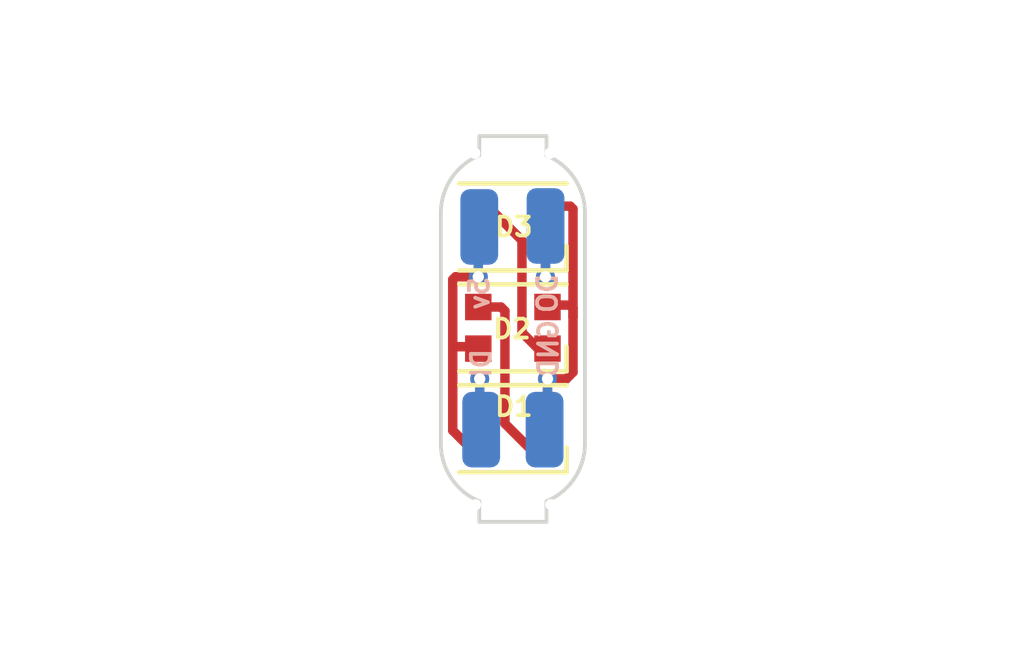
<source format=kicad_pcb>
(kicad_pcb (version 20221018) (generator pcbnew)
  (layers (0 "F.Cu" signal) (31 "B.Cu" signal) (34 "B.Paste" user) (35 "F.Paste" user) (36 "B.SilkS" user "B.Silkscreen") (37 "F.SilkS" user "F.Silkscreen") (38 "B.Mask" user) (39 "F.Mask" user) (44 "Edge.Cuts" user))
  (net 0 "")
  (net 1 "GND")
  (net 2 "+5")
  (net 3 "D1-2")
  (net 4 "DIN1")
  (net 5 "D2-3")
  (net 6 "D3-6")
  (footprint "LED_SMD:LED_WS2812B-2020_PLCC4_2.0x2.0mm" (layer "F.Cu") (at 85.0238 45.444 180)
    (fp_text reference "D2" (at 0.0254 -0.0314) (layer "F.SilkS") (effects (font (size 0.5 0.5) (thickness 0.1))))
    (fp_text value "WS2812B_Fixed")
    (fp_line (start -1.42 -1.15) (end -1.42 -0.5) (stroke (width 0.12)) (layer "F.SilkS"))
    (fp_line (start -1.42 -1.15) (end 1.42 -1.15) (stroke (width 0.12)) (layer "F.SilkS"))
    (fp_line (start -1.42 1.15) (end 1.42 1.15) (stroke (width 0.12)) (layer "F.SilkS"))
    (pad "1" smd rect (at -0.915 -0.55 180) (size 0.7 0.7) (layers "F.Cu" "F.Paste" "F.Mask") (net 5 "D2-3"))
    (pad "2" smd rect (at -0.915 0.55 180) (size 0.7 0.7) (layers "F.Cu" "F.Paste" "F.Mask") (net 1 "GND"))
    (pad "3" smd rect (at 0.915 0.55 180) (size 0.7 0.7) (layers "F.Cu" "F.Paste" "F.Mask") (net 3 "D1-2"))
    (pad "4" smd rect (at 0.915 -0.55 180) (size 0.7 0.7) (layers "F.Cu" "F.Paste" "F.Mask") (net 2 "+5"))
  )
  (footprint "LED_SMD:LED_WS2812B-2020_PLCC4_2.0x2.0mm" (layer "F.Cu") (at 85.0238 42.777 180)
    (fp_text reference "D3" (at -0.026 0) (layer "F.SilkS") (effects (font (size 0.5 0.5) (thickness 0.1))))
    (fp_text value "WS2812B_Fixed")
    (fp_line (start -1.42 -1.15) (end -1.42 -0.5) (stroke (width 0.12)) (layer "F.SilkS"))
    (fp_line (start -1.42 -1.15) (end 1.42 -1.15) (stroke (width 0.12)) (layer "F.SilkS"))
    (fp_line (start -1.42 1.15) (end 1.42 1.15) (stroke (width 0.12)) (layer "F.SilkS"))
    (pad "1" smd rect (at -0.915 -0.55 180) (size 0.7 0.7) (layers "F.Cu" "F.Paste" "F.Mask") (net 6 "D3-6"))
    (pad "2" smd rect (at -0.915 0.55 180) (size 0.7 0.7) (layers "F.Cu" "F.Paste" "F.Mask") (net 1 "GND"))
    (pad "3" smd rect (at 0.915 0.55 180) (size 0.7 0.7) (layers "F.Cu" "F.Paste" "F.Mask") (net 5 "D2-3"))
    (pad "4" smd rect (at 0.915 -0.55 180) (size 0.7 0.7) (layers "F.Cu" "F.Paste" "F.Mask") (net 2 "+5"))
  )
  (footprint "MountingHole:mousebite_5" (layer "F.Cu") (at 85.03362 50.124268)
    (fp_text reference "mouse bites")
    (fp_text value "mousebite_5")
    (pad "" np_thru_hole circle (at -1 0) (size 0.3 0.3) (drill 0.3) (layers "F&B.Cu" "*.Mask"))
    (pad "" np_thru_hole circle (at -0.5 0) (size 0.3 0.3) (drill 0.3) (layers "F&B.Cu" "*.Mask"))
    (pad "" np_thru_hole circle (at 0 0) (size 0.3 0.3) (drill 0.3) (layers "F&B.Cu" "*.Mask"))
    (pad "" np_thru_hole circle (at 0.5 0) (size 0.3 0.3) (drill 0.3) (layers "F&B.Cu" "*.Mask"))
    (pad "" np_thru_hole circle (at 1 0) (size 0.3 0.3) (drill 0.3) (layers "F&B.Cu" "*.Mask"))
  )
  (footprint "MountingHole:mousebite_5" (layer "F.Cu") (at 85.01362 40.824268)
    (fp_text reference "mousebites")
    (fp_text value "mousebite_5")
    (pad "" np_thru_hole circle (at -1 0) (size 0.3 0.3) (drill 0.3) (layers "F&B.Cu" "*.Mask"))
    (pad "" np_thru_hole circle (at -0.5 0) (size 0.3 0.3) (drill 0.3) (layers "F&B.Cu" "*.Mask"))
    (pad "" np_thru_hole circle (at 0 0) (size 0.3 0.3) (drill 0.3) (layers "F&B.Cu" "*.Mask"))
    (pad "" np_thru_hole circle (at 0.5 0) (size 0.3 0.3) (drill 0.3) (layers "F&B.Cu" "*.Mask"))
    (pad "" np_thru_hole circle (at 1 0) (size 0.3 0.3) (drill 0.3) (layers "F&B.Cu" "*.Mask"))
  )
  (footprint "LED_SMD:LED_WS2812B-2020_PLCC4_2.0x2.0mm" (layer "F.Cu") (at 85.0238 48.111 180)
    (fp_text reference "D1" (at -0.0254 0.5842) (layer "F.SilkS") (effects (font (size 0.5 0.5) (thickness 0.1))))
    (fp_text value "WS2812B-2020")
    (fp_line (start -1.42 -1.15) (end -1.42 -0.5) (stroke (width 0.12)) (layer "F.SilkS"))
    (fp_line (start -1.42 -1.15) (end 1.42 -1.15) (stroke (width 0.12)) (layer "F.SilkS"))
    (fp_line (start -1.42 1.15) (end 1.42 1.15) (stroke (width 0.12)) (layer "F.SilkS"))
    (pad "1" smd rect (at -0.915 -0.55 180) (size 0.7 0.7) (layers "F.Cu" "F.Paste" "F.Mask") (net 3 "D1-2"))
    (pad "2" smd rect (at -0.915 0.55 180) (size 0.7 0.7) (layers "F.Cu" "F.Paste" "F.Mask") (net 1 "GND"))
    (pad "3" smd rect (at 0.915 0.55 180) (size 0.7 0.7) (layers "F.Cu" "F.Paste" "F.Mask") (net 4 "DIN1"))
    (pad "4" smd rect (at 0.915 -0.55 180) (size 0.7 0.7) (layers "F.Cu" "F.Paste" "F.Mask") (net 2 "+5"))
  )
  (footprint "Connector_Wire:SolderWirePad_1x01_SMD_1x2mm" (layer "B.Cu") (at 85.862 48.1364 180)
    (fp_text reference "GND" (at -0.1016 2.1336 90) (layer "B.SilkS") (effects (font (size 0.5 0.5) (thickness 0.1)) (justify mirror)))
    (fp_text value "SolderWirePad_1x01_SMD_1x2mm")
    (pad "1" smd roundrect (at 0 0 180) (size 1 2) (layers "B.Cu" "B.Paste" "B.Mask") (net 1 "GND"))
  )
  (footprint "Connector_Wire:SolderWirePad_1x01_SMD_1x2mm" (layer "B.Cu") (at 85.8874 42.7516 180)
    (fp_text reference "DO" (at -0.0508 -1.778 90) (layer "B.SilkS") (effects (font (size 0.5 0.5) (thickness 0.1)) (justify mirror)))
    (fp_text value "SolderWirePad_1x01_SMD_1x2mm")
    (pad "1" smd roundrect (at 0 0 180) (size 1 2) (layers "B.Cu" "B.Paste" "B.Mask") (net 6 "D3-6"))
  )
  (footprint "Connector_Wire:SolderWirePad_1x01_SMD_1x2mm" (layer "B.Cu") (at 84.1348 42.777 180)
    (fp_text reference "5v" (at 0 -1.7526 90) (layer "B.SilkS") (effects (font (size 0.5 0.5) (thickness 0.1)) (justify mirror)))
    (fp_text value "SolderWirePad_1x01_SMD_1x2mm")
    (pad "4" smd roundrect (at 0 0 180) (size 1 2) (layers "B.Cu" "B.Paste" "B.Mask") (net 2 "+5"))
  )
  (footprint "Connector_Wire:SolderWirePad_1x01_SMD_1x2mm" (layer "B.Cu") (at 84.1856 48.1364 180)
    (fp_text reference "DI" (at 0 1.7526 270) (layer "B.SilkS") (effects (font (size 0.5 0.5) (thickness 0.1)) (justify mirror)))
    (fp_text value "SolderWirePad_1x01_SMD_1x2mm")
    (pad "3" smd roundrect (at 0 0 180) (size 1 2) (layers "B.Cu" "B.Paste" "B.Mask") (net 4 "DIN1"))
  )
  (gr_line (start 84.13502 50.574268) (end 85.91302 50.574268) (stroke (width 0.1)) (layer "Edge.Cuts"))
  (gr_line (start 84.13502 50.574268) (end 84.13502 50.029268) (stroke (width 0.1)) (layer "Edge.Cuts"))
  (gr_line (start 84.13502 40.885268) (end 84.13502 40.374268) (stroke (width 0.1)) (layer "Edge.Cuts"))
  (gr_arc (start 86.92902 48.505268) (mid 86.651749 49.421087) (end 85.91302 50.029268) (stroke (width 0.1)) (layer "Edge.Cuts"))
  (gr_line (start 86.92902 42.409268) (end 86.92902 48.505268) (stroke (width 0.1)) (layer "Edge.Cuts"))
  (gr_arc (start 83.11902 42.409268) (mid 83.396319 41.493467) (end 84.13502 40.885268) (stroke (width 0.1)) (layer "Edge.Cuts"))
  (gr_line (start 83.11902 48.505268) (end 83.11902 42.409268) (stroke (width 0.1)) (layer "Edge.Cuts"))
  (gr_line (start 85.91302 50.574268) (end 85.91302 50.029268) (stroke (width 0.1)) (layer "Edge.Cuts"))
  (gr_arc (start 84.13502 50.029268) (mid 83.396296 49.421083) (end 83.11902 48.505268) (stroke (width 0.1)) (layer "Edge.Cuts"))
  (gr_line (start 84.13502 40.374268) (end 85.91302 40.374268) (stroke (width 0.1)) (layer "Edge.Cuts"))
  (gr_line (start 85.91302 40.374268) (end 85.91302 40.885268) (stroke (width 0.1)) (layer "Edge.Cuts"))
  (gr_arc (start 85.91302 40.885268) (mid 86.651727 41.493463) (end 86.92902 42.409268) (stroke (width 0.1)) (layer "Edge.Cuts"))
  (segment (start 86.5388 42.227) (end 86.6138 42.302) (width 0.25) (layer "F.Cu") (net 1))
  (segment (start 85.9388 46.793502) (end 85.9388 47.4848) (width 0.25) (layer "F.Cu") (net 1))
  (segment (start 85.9388 42.227) (end 86.5388 42.227) (width 0.25) (layer "F.Cu") (net 1))
  (segment (start 86.6138 42.302) (end 86.6138 45.1494) (width 0.25) (layer "F.Cu") (net 1))
  (segment (start 86.6138 46.6182) (end 86.6138 45.1494) (width 0.25) (layer "F.Cu") (net 1))
  (segment (start 86.6138 44.9182) (end 86.6138 45.1494) (width 0.25) (layer "F.Cu") (net 1))
  (segment (start 85.9388 44.8432) (end 86.5388 44.8432) (width 0.25) (layer "F.Cu") (net 1))
  (segment (start 86.438498 46.793502) (end 86.6138 46.6182) (width 0.25) (layer "F.Cu") (net 1))
  (segment (start 86.5388 44.8432) (end 86.6138 44.9182) (width 0.25) (layer "F.Cu") (net 1))
  (segment (start 85.9388 46.793502) (end 86.438498 46.793502) (width 0.25) (layer "F.Cu") (net 1))
  (via (at 85.9388 46.793502) (size 0.5) (drill 0.3) (layers "F.Cu" "B.Cu") (net 1))
  (segment (start 85.9388 46.793502) (end 85.9388 48.0596) (width 0.25) (layer "B.Cu") (net 1))
  (segment (start 85.9388 48.0596) (end 85.862 48.1364) (width 0.25) (layer "B.Cu") (net 1))
  (segment (start 84.1094 44.094498) (end 83.507502 44.094498) (width 0.25) (layer "F.Cu") (net 2))
  (segment (start 83.4338 48.1598) (end 83.4338 45.8682) (width 0.25) (layer "F.Cu") (net 2))
  (segment (start 83.8588 48.5848) (end 83.4338 48.1598) (width 0.25) (layer "F.Cu") (net 2))
  (segment (start 83.507502 44.094498) (end 83.4338 44.1682) (width 0.25) (layer "F.Cu") (net 2))
  (segment (start 83.4338 44.1682) (end 83.4338 45.8682) (width 0.25) (layer "F.Cu") (net 2))
  (segment (start 83.5088 45.9432) (end 83.4338 45.8682) (width 0.25) (layer "F.Cu") (net 2))
  (segment (start 84.1088 48.5848) (end 83.8588 48.5848) (width 0.25) (layer "F.Cu") (net 2))
  (segment (start 84.1094 44.094498) (end 84.1088 44.093898) (width 0.25) (layer "F.Cu") (net 2))
  (segment (start 84.1088 44.093898) (end 84.1088 43.327) (width 0.25) (layer "F.Cu") (net 2))
  (segment (start 84.1088 45.9432) (end 83.5088 45.9432) (width 0.25) (layer "F.Cu") (net 2))
  (via (at 84.1094 44.094498) (size 0.5) (drill 0.3) (layers "F.Cu" "B.Cu") (net 2))
  (segment (start 84.1094 42.8024) (end 84.1348 42.777) (width 0.25) (layer "B.Cu") (net 2))
  (segment (start 84.1094 44.094498) (end 84.1094 42.8024) (width 0.25) (layer "B.Cu") (net 2))
  (segment (start 84.8138 47.9772) (end 85.4976 48.661) (width 0.25) (layer "F.Cu") (net 3))
  (segment (start 84.8138 44.999) (end 84.8138 47.9772) (width 0.25) (layer "F.Cu") (net 3))
  (segment (start 84.1088 44.894) (end 84.7088 44.894) (width 0.25) (layer "F.Cu") (net 3))
  (segment (start 84.7088 44.894) (end 84.8138 44.999) (width 0.25) (layer "F.Cu") (net 3))
  (segment (start 85.4976 48.661) (end 85.9388 48.661) (width 0.25) (layer "F.Cu") (net 3))
  (segment (start 84.146587 47.447013) (end 84.1088 47.4848) (width 0.25) (layer "F.Cu") (net 4))
  (segment (start 84.146587 46.793502) (end 84.146587 47.447013) (width 0.25) (layer "F.Cu") (net 4))
  (via (at 84.146587 46.793502) (size 0.5) (drill 0.3) (layers "F.Cu" "B.Cu") (net 4))
  (segment (start 84.146587 48.097387) (end 84.1856 48.1364) (width 0.25) (layer "B.Cu") (net 4))
  (segment (start 84.146587 46.793502) (end 84.146587 48.097387) (width 0.25) (layer "B.Cu") (net 4))
  (segment (start 85.6888 45.994) (end 85.9388 45.994) (width 0.25) (layer "F.Cu") (net 5))
  (segment (start 84.3588 42.227) (end 85.2638 43.132) (width 0.25) (layer "F.Cu") (net 5))
  (segment (start 84.1088 42.227) (end 84.3588 42.227) (width 0.25) (layer "F.Cu") (net 5))
  (segment (start 85.2638 43.132) (end 85.2638 45.569) (width 0.25) (layer "F.Cu") (net 5))
  (segment (start 85.2638 45.569) (end 85.6888 45.994) (width 0.25) (layer "F.Cu") (net 5))
  (segment (start 85.884581 43.381219) (end 85.9388 43.327) (width 0.25) (layer "F.Cu") (net 6))
  (segment (start 85.884581 44.094498) (end 85.884581 43.381219) (width 0.25) (layer "F.Cu") (net 6))
  (via (at 85.884581 44.094498) (size 0.5) (drill 0.3) (layers "F.Cu" "B.Cu") (net 6))
  (segment (start 85.884581 44.094498) (end 85.8874 44.091679) (width 0.25) (layer "B.Cu") (net 6))
  (segment (start 85.8874 44.091679) (end 85.8874 42.7516) (width 0.25) (layer "B.Cu") (net 6))
)
</source>
